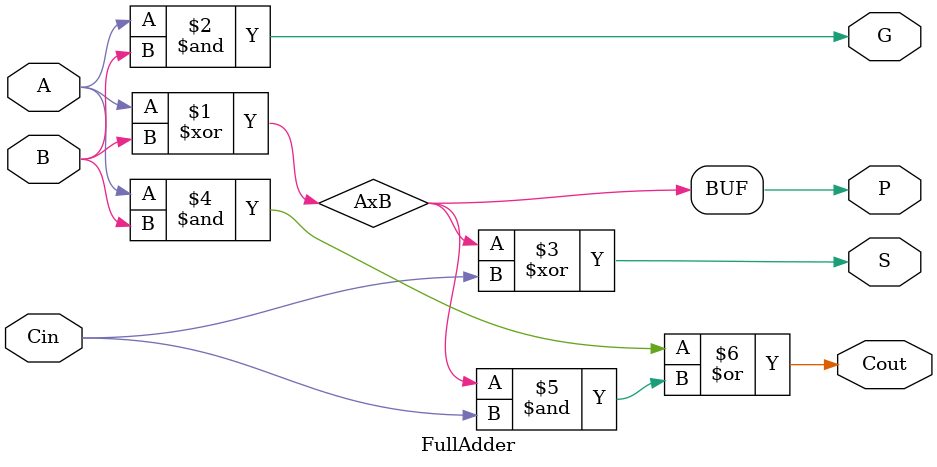
<source format=sv>
/**
cse3341, digital logic 2, lab 3
George Boone
1002055713

this really should be named GCLA2 not FullAdder. It just a hassle to track down all the names to change

*/

module FullAdder(
	input A,		//a bit
	input B,		//a bit
	input Cin,	//carry in
	
	output S,		//sum
	output Cout,	//carry out
	output G,		//generate
	output P			//propagate, xor
);
	logic AxB;
	
	assign AxB = A ^ B;
 
	assign G = A & B;
	assign P = AxB;
	assign S = AxB ^ Cin;
	assign Cout = (A & B) | (AxB & Cin);
	
endmodule


</source>
